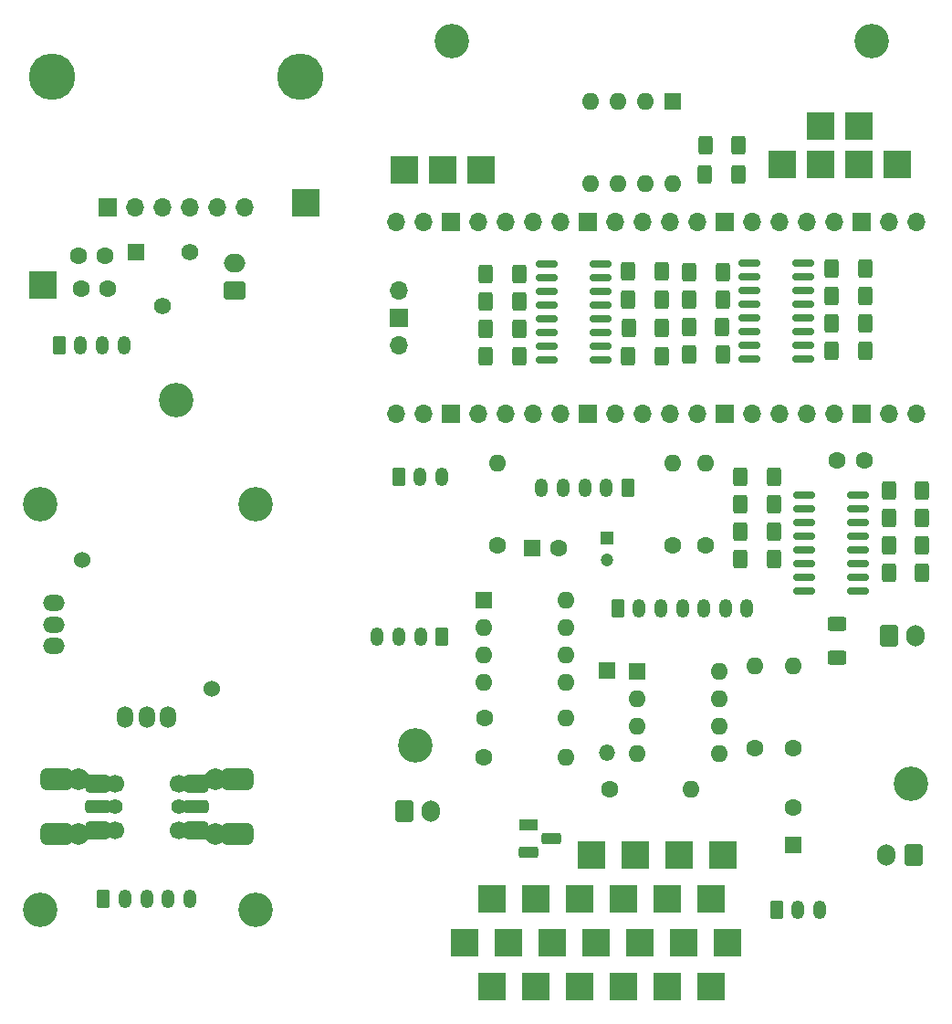
<source format=gts>
%TF.GenerationSoftware,KiCad,Pcbnew,6.0.11+dfsg-1~bpo11+1*%
%TF.CreationDate,2025-04-08T22:30:36+02:00*%
%TF.ProjectId,v4d2_pico,76346432-5f70-4696-936f-2e6b69636164,rev?*%
%TF.SameCoordinates,Original*%
%TF.FileFunction,Soldermask,Top*%
%TF.FilePolarity,Negative*%
%FSLAX46Y46*%
G04 Gerber Fmt 4.6, Leading zero omitted, Abs format (unit mm)*
G04 Created by KiCad (PCBNEW 6.0.11+dfsg-1~bpo11+1) date 2025-04-08 22:30:36*
%MOMM*%
%LPD*%
G01*
G04 APERTURE LIST*
G04 Aperture macros list*
%AMRoundRect*
0 Rectangle with rounded corners*
0 $1 Rounding radius*
0 $2 $3 $4 $5 $6 $7 $8 $9 X,Y pos of 4 corners*
0 Add a 4 corners polygon primitive as box body*
4,1,4,$2,$3,$4,$5,$6,$7,$8,$9,$2,$3,0*
0 Add four circle primitives for the rounded corners*
1,1,$1+$1,$2,$3*
1,1,$1+$1,$4,$5*
1,1,$1+$1,$6,$7*
1,1,$1+$1,$8,$9*
0 Add four rect primitives between the rounded corners*
20,1,$1+$1,$2,$3,$4,$5,0*
20,1,$1+$1,$4,$5,$6,$7,0*
20,1,$1+$1,$6,$7,$8,$9,0*
20,1,$1+$1,$8,$9,$2,$3,0*%
G04 Aperture macros list end*
%ADD10C,1.600000*%
%ADD11O,1.600000X1.600000*%
%ADD12R,1.600000X1.600000*%
%ADD13R,2.500000X2.500000*%
%ADD14RoundRect,0.150000X-0.825000X-0.150000X0.825000X-0.150000X0.825000X0.150000X-0.825000X0.150000X0*%
%ADD15RoundRect,0.150000X0.825000X0.150000X-0.825000X0.150000X-0.825000X-0.150000X0.825000X-0.150000X0*%
%ADD16RoundRect,0.250000X0.350000X0.625000X-0.350000X0.625000X-0.350000X-0.625000X0.350000X-0.625000X0*%
%ADD17O,1.200000X1.750000*%
%ADD18RoundRect,0.250000X-0.350000X-0.625000X0.350000X-0.625000X0.350000X0.625000X-0.350000X0.625000X0*%
%ADD19C,3.200000*%
%ADD20RoundRect,0.250000X-0.400000X-0.625000X0.400000X-0.625000X0.400000X0.625000X-0.400000X0.625000X0*%
%ADD21RoundRect,0.250000X0.400000X0.625000X-0.400000X0.625000X-0.400000X-0.625000X0.400000X-0.625000X0*%
%ADD22O,1.700000X1.700000*%
%ADD23R,1.700000X1.700000*%
%ADD24RoundRect,0.250000X-0.600000X-0.750000X0.600000X-0.750000X0.600000X0.750000X-0.600000X0.750000X0*%
%ADD25O,1.700000X2.000000*%
%ADD26R,1.500000X1.500000*%
%ADD27O,1.500000X1.500000*%
%ADD28RoundRect,0.250000X0.750000X-0.600000X0.750000X0.600000X-0.750000X0.600000X-0.750000X-0.600000X0*%
%ADD29O,2.000000X1.700000*%
%ADD30RoundRect,0.500000X-1.000000X-0.500000X1.000000X-0.500000X1.000000X0.500000X-1.000000X0.500000X0*%
%ADD31C,1.700000*%
%ADD32C,1.400000*%
%ADD33RoundRect,0.425000X-0.725000X-0.425000X0.725000X-0.425000X0.725000X0.425000X-0.725000X0.425000X0*%
%ADD34C,2.000000*%
%ADD35RoundRect,0.300000X-0.850000X-0.300000X0.850000X-0.300000X0.850000X0.300000X-0.850000X0.300000X0*%
%ADD36RoundRect,0.250000X-0.625000X0.400000X-0.625000X-0.400000X0.625000X-0.400000X0.625000X0.400000X0*%
%ADD37C,1.524000*%
%ADD38O,1.524000X2.000000*%
%ADD39O,2.000000X1.524000*%
%ADD40C,4.300000*%
%ADD41R,1.560000X1.560000*%
%ADD42C,1.560000*%
%ADD43R,1.800000X1.100000*%
%ADD44RoundRect,0.275000X-0.625000X0.275000X-0.625000X-0.275000X0.625000X-0.275000X0.625000X0.275000X0*%
%ADD45R,1.200000X1.200000*%
%ADD46C,1.200000*%
%ADD47RoundRect,0.250000X0.600000X0.750000X-0.600000X0.750000X-0.600000X-0.750000X0.600000X-0.750000X0*%
G04 APERTURE END LIST*
D10*
X213614000Y-84074000D03*
D11*
X221114000Y-84074000D03*
D12*
X217975000Y-68326000D03*
D10*
X220475000Y-68326000D03*
X246293000Y-60198000D03*
X248793000Y-60198000D03*
D13*
X222377000Y-100838000D03*
X227605000Y-96774000D03*
X234569000Y-100838000D03*
X234569000Y-108966000D03*
X222377000Y-108966000D03*
X223901000Y-104902000D03*
X223541000Y-96774000D03*
X230505000Y-100838000D03*
X214249000Y-108966000D03*
X235733000Y-96774000D03*
X232029000Y-104902000D03*
X236093000Y-104902000D03*
X214249000Y-100838000D03*
X231669000Y-96774000D03*
X226441000Y-100838000D03*
X218313000Y-108966000D03*
X211709000Y-104902000D03*
X230505000Y-108966000D03*
X227965000Y-104902000D03*
X215773000Y-104902000D03*
X218313000Y-100838000D03*
X226441000Y-108966000D03*
X219837000Y-104902000D03*
X206121000Y-33274000D03*
X209677000Y-33274000D03*
X213233000Y-33274000D03*
D14*
X238190000Y-41910000D03*
X238190000Y-43180000D03*
X238190000Y-44450000D03*
X238190000Y-45720000D03*
X238190000Y-46990000D03*
X238190000Y-48260000D03*
X238190000Y-49530000D03*
X238190000Y-50800000D03*
X243140000Y-50800000D03*
X243140000Y-49530000D03*
X243140000Y-48260000D03*
X243140000Y-46990000D03*
X243140000Y-45720000D03*
X243140000Y-44450000D03*
X243140000Y-43180000D03*
X243140000Y-41910000D03*
X219394000Y-42037000D03*
X219394000Y-43307000D03*
X219394000Y-44577000D03*
X219394000Y-45847000D03*
X219394000Y-47117000D03*
X219394000Y-48387000D03*
X219394000Y-49657000D03*
X219394000Y-50927000D03*
X224344000Y-50927000D03*
X224344000Y-49657000D03*
X224344000Y-48387000D03*
X224344000Y-47117000D03*
X224344000Y-45847000D03*
X224344000Y-44577000D03*
X224344000Y-43307000D03*
X224344000Y-42037000D03*
D15*
X248220000Y-72317000D03*
X248220000Y-71047000D03*
X248220000Y-69777000D03*
X248220000Y-68507000D03*
X248220000Y-67237000D03*
X248220000Y-65967000D03*
X248220000Y-64697000D03*
X248220000Y-63427000D03*
X243270000Y-63427000D03*
X243270000Y-64697000D03*
X243270000Y-65967000D03*
X243270000Y-67237000D03*
X243270000Y-68507000D03*
X243270000Y-69777000D03*
X243270000Y-71047000D03*
X243270000Y-72317000D03*
D12*
X242189000Y-95886700D03*
D10*
X242189000Y-92386700D03*
D16*
X226885000Y-62780000D03*
D17*
X224885000Y-62780000D03*
X222885000Y-62780000D03*
X220885000Y-62780000D03*
X218885000Y-62780000D03*
D18*
X225933000Y-73914000D03*
D17*
X227933000Y-73914000D03*
X229933000Y-73914000D03*
X231933000Y-73914000D03*
X233933000Y-73914000D03*
X235933000Y-73914000D03*
X237933000Y-73914000D03*
D18*
X205613000Y-61722000D03*
D17*
X207613000Y-61722000D03*
X209613000Y-61722000D03*
D13*
X244729000Y-29210000D03*
X244729000Y-32766000D03*
X248285000Y-29210000D03*
X248285000Y-32766000D03*
X241173000Y-32766000D03*
X251841000Y-32766000D03*
D19*
X249472000Y-21399500D03*
X210534000Y-21399500D03*
D20*
X245784000Y-47498000D03*
X248884000Y-47498000D03*
X245784000Y-42418000D03*
X248884000Y-42418000D03*
D21*
X235676000Y-45339000D03*
X232576000Y-45339000D03*
X235702000Y-50419000D03*
X232602000Y-50419000D03*
D20*
X226949000Y-47934000D03*
X230049000Y-47934000D03*
X226923000Y-42710000D03*
X230023000Y-42710000D03*
D21*
X216815000Y-45466000D03*
X213715000Y-45466000D03*
X216789000Y-50546000D03*
X213689000Y-50546000D03*
X240411000Y-64262000D03*
X237311000Y-64262000D03*
X240411000Y-69342000D03*
X237311000Y-69342000D03*
D20*
X251079000Y-68072000D03*
X254179000Y-68072000D03*
X251079000Y-62992000D03*
X254179000Y-62992000D03*
X245784000Y-50038000D03*
X248884000Y-50038000D03*
X245784000Y-44958000D03*
X248884000Y-44958000D03*
D21*
X235676000Y-42799000D03*
X232576000Y-42799000D03*
X235650000Y-47879000D03*
X232550000Y-47879000D03*
D20*
X226923000Y-50546000D03*
X230023000Y-50546000D03*
X226923000Y-45322000D03*
X230023000Y-45322000D03*
D21*
X216815000Y-42926000D03*
X213715000Y-42926000D03*
X216789000Y-48006000D03*
X213689000Y-48006000D03*
X240411000Y-61722000D03*
X237311000Y-61722000D03*
X240411000Y-66802000D03*
X237311000Y-66802000D03*
D20*
X251079000Y-70612000D03*
X254179000Y-70612000D03*
X251079000Y-65532000D03*
X254179000Y-65532000D03*
D10*
X234061000Y-68072000D03*
D11*
X234061000Y-60452000D03*
D10*
X213487000Y-87757000D03*
D11*
X221107000Y-87757000D03*
D10*
X214757000Y-68072000D03*
D11*
X214757000Y-60452000D03*
D22*
X253635000Y-38100000D03*
X251095000Y-38100000D03*
D23*
X248555000Y-38100000D03*
D22*
X246015000Y-38100000D03*
X243475000Y-38100000D03*
X240935000Y-38100000D03*
X238395000Y-38100000D03*
D23*
X235855000Y-38100000D03*
D22*
X233315000Y-38100000D03*
X230775000Y-38100000D03*
X228235000Y-38100000D03*
X225695000Y-38100000D03*
D23*
X223155000Y-38100000D03*
D22*
X220615000Y-38100000D03*
X218075000Y-38100000D03*
X215535000Y-38100000D03*
X212995000Y-38100000D03*
D23*
X210455000Y-38100000D03*
D22*
X207915000Y-38100000D03*
X205375000Y-38100000D03*
X205375000Y-55880000D03*
X207915000Y-55880000D03*
D23*
X210455000Y-55880000D03*
D22*
X212995000Y-55880000D03*
X215535000Y-55880000D03*
X218075000Y-55880000D03*
X220615000Y-55880000D03*
D23*
X223155000Y-55880000D03*
D22*
X225695000Y-55880000D03*
X228235000Y-55880000D03*
X230775000Y-55880000D03*
X233315000Y-55880000D03*
D23*
X235855000Y-55880000D03*
D22*
X238395000Y-55880000D03*
X240935000Y-55880000D03*
X243475000Y-55880000D03*
X246015000Y-55880000D03*
D23*
X248555000Y-55880000D03*
D22*
X251095000Y-55880000D03*
X253635000Y-55880000D03*
X205605000Y-44450000D03*
D23*
X205605000Y-46990000D03*
D22*
X205605000Y-49530000D03*
D19*
X172343000Y-101878000D03*
D12*
X213497000Y-73162000D03*
D11*
X213497000Y-75702000D03*
X213497000Y-78242000D03*
X213497000Y-80782000D03*
X221117000Y-80782000D03*
X221117000Y-78242000D03*
X221117000Y-75702000D03*
X221117000Y-73162000D03*
D19*
X207137000Y-86614000D03*
D12*
X231003000Y-26934000D03*
D11*
X228463000Y-26934000D03*
X225923000Y-26934000D03*
X223383000Y-26934000D03*
X223383000Y-34554000D03*
X225923000Y-34554000D03*
X228463000Y-34554000D03*
X231003000Y-34554000D03*
D24*
X206121000Y-92710000D03*
D25*
X208621000Y-92710000D03*
D10*
X178649000Y-44296000D03*
X176149000Y-44296000D03*
X238633000Y-86868000D03*
D11*
X238633000Y-79248000D03*
D18*
X240665000Y-101854000D03*
D17*
X242665000Y-101854000D03*
X244665000Y-101854000D03*
D12*
X227721000Y-79766000D03*
D11*
X227721000Y-82306000D03*
X227721000Y-84846000D03*
X227721000Y-87386000D03*
X235341000Y-87386000D03*
X235341000Y-84846000D03*
X235341000Y-82306000D03*
X235341000Y-79766000D03*
D19*
X184969000Y-54638000D03*
D26*
X224917000Y-79751000D03*
D27*
X224917000Y-87371000D03*
D18*
X178245000Y-100838000D03*
D17*
X180245000Y-100838000D03*
X182245000Y-100838000D03*
X184245000Y-100838000D03*
X186245000Y-100838000D03*
D13*
X196977000Y-36322000D03*
D28*
X190373000Y-44450000D03*
D29*
X190373000Y-41950000D03*
D13*
X172593000Y-43942000D03*
D19*
X253111000Y-90170000D03*
D30*
X173863000Y-89796000D03*
D31*
X185195000Y-90186000D03*
D32*
X185195000Y-92336000D03*
D30*
X190627000Y-89796000D03*
D33*
X186817000Y-90186000D03*
D31*
X179295000Y-90186000D03*
D34*
X175895000Y-89796000D03*
D33*
X177673000Y-90186000D03*
D34*
X188595000Y-89796000D03*
D35*
X186817000Y-92336000D03*
D31*
X179295000Y-94486000D03*
D34*
X188595000Y-94876000D03*
D33*
X177673000Y-94486000D03*
D30*
X190627000Y-94876000D03*
D32*
X179295000Y-92336000D03*
D33*
X186817000Y-94486000D03*
D34*
X175895000Y-94876000D03*
D30*
X173863000Y-94876000D03*
D35*
X177673000Y-92336000D03*
D31*
X185195000Y-94486000D03*
D36*
X246253000Y-75412000D03*
X246253000Y-78512000D03*
D37*
X176245000Y-69446000D03*
X188245000Y-81446000D03*
D38*
X180245000Y-84046000D03*
X182245000Y-84046000D03*
X184245000Y-84046000D03*
D39*
X173645000Y-73446000D03*
X173645000Y-75446000D03*
X173645000Y-77446000D03*
D21*
X237155000Y-30988000D03*
X234055000Y-30988000D03*
D40*
X196469000Y-24638000D03*
D10*
X225231000Y-90678000D03*
D11*
X232731000Y-90678000D03*
D19*
X192343000Y-101878000D03*
D10*
X242189000Y-86868000D03*
D11*
X242189000Y-79248000D03*
D23*
X178619000Y-36816000D03*
D22*
X181159000Y-36816000D03*
X183699000Y-36816000D03*
X186239000Y-36816000D03*
X188779000Y-36816000D03*
X191319000Y-36816000D03*
D41*
X181229000Y-40894000D03*
D42*
X183729000Y-45894000D03*
X186229000Y-40894000D03*
D10*
X178415000Y-41248000D03*
X175915000Y-41248000D03*
D20*
X234035000Y-33770000D03*
X237135000Y-33770000D03*
D19*
X192343000Y-64262000D03*
D10*
X231013000Y-68072000D03*
D11*
X231013000Y-60452000D03*
D43*
X217675000Y-94032000D03*
D44*
X219745000Y-95302000D03*
X217675000Y-96572000D03*
D19*
X172343000Y-64262000D03*
D24*
X251099000Y-76454000D03*
D25*
X253599000Y-76454000D03*
D40*
X173469000Y-24638000D03*
D45*
X224917000Y-67463000D03*
D46*
X224917000Y-69463000D03*
D18*
X174117000Y-49530000D03*
D17*
X176117000Y-49530000D03*
X178117000Y-49530000D03*
X180117000Y-49530000D03*
D16*
X209645000Y-76544000D03*
D17*
X207645000Y-76544000D03*
X205645000Y-76544000D03*
X203645000Y-76544000D03*
D47*
X253365000Y-96774000D03*
D25*
X250865000Y-96774000D03*
M02*

</source>
